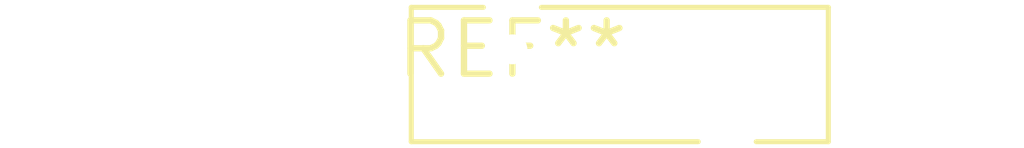
<source format=kicad_pcb>
(kicad_pcb (version 20240108) (generator pcbnew)
  (layers (0 "F.Cu" signal) (31 "B.Cu" signal) (34 "B.Paste" user) (35 "F.Paste" user) (36 "B.SilkS" user "B.Silkscreen") (37 "F.SilkS" user "F.Silkscreen") (38 "B.Mask" user) (39 "F.Mask" user) (44 "Edge.Cuts" user))
  (net 0 "")
  (footprint "Fuse_Bourns_MF-RHT100" (layer "F.Cu") (at 0 0)
    (property "Reference" "REF**")
    (property "Value" "Fuse_Bourns_MF-RHT100")
    (fp_line (start -2.4 -1) (end -2.4 2.2) (layer "F.SilkS") (stroke (width 0.12)))
    (fp_line (start -2.4 -1) (end -0.689 -1) (layer "F.SilkS") (stroke (width 0.12)))
    (fp_line (start -2.4 2.2) (end 4.412 2.2) (layer "F.SilkS") (stroke (width 0.12)))
    (fp_line (start 0.689 -1) (end 7.5 -1) (layer "F.SilkS") (stroke (width 0.12)))
    (fp_line (start 5.789 2.2) (end 7.5 2.2) (layer "F.SilkS") (stroke (width 0.12)))
    (fp_line (start 7.5 -1) (end 7.5 2.2) (layer "F.SilkS") (stroke (width 0.12)))
    (pad "1" thru_hole circle (at 0 0) (size 1.71 1.71) (drill 0.71) (layers *.Cu *.Mask) (remove_unused_layers))
    (pad "2" thru_hole circle (at 5.1 1.2) (size 1.71 1.71) (drill 0.71) (layers *.Cu *.Mask) (remove_unused_layers))
  )
)
</source>
